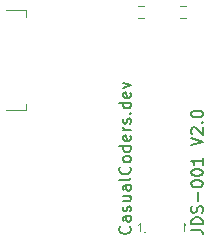
<source format=gbr>
%TF.GenerationSoftware,KiCad,Pcbnew,8.0.1*%
%TF.CreationDate,2024-03-21T19:56:43-04:00*%
%TF.ProjectId,001-v2,3030312d-7632-42e6-9b69-6361645f7063,rev?*%
%TF.SameCoordinates,Original*%
%TF.FileFunction,Legend,Top*%
%TF.FilePolarity,Positive*%
%FSLAX46Y46*%
G04 Gerber Fmt 4.6, Leading zero omitted, Abs format (unit mm)*
G04 Created by KiCad (PCBNEW 8.0.1) date 2024-03-21 19:56:43*
%MOMM*%
%LPD*%
G01*
G04 APERTURE LIST*
%ADD10C,0.150000*%
%ADD11C,0.120000*%
%ADD12C,0.100000*%
G04 APERTURE END LIST*
D10*
X114582580Y-70211792D02*
X114630200Y-70259411D01*
X114630200Y-70259411D02*
X114677819Y-70402268D01*
X114677819Y-70402268D02*
X114677819Y-70497506D01*
X114677819Y-70497506D02*
X114630200Y-70640363D01*
X114630200Y-70640363D02*
X114534961Y-70735601D01*
X114534961Y-70735601D02*
X114439723Y-70783220D01*
X114439723Y-70783220D02*
X114249247Y-70830839D01*
X114249247Y-70830839D02*
X114106390Y-70830839D01*
X114106390Y-70830839D02*
X113915914Y-70783220D01*
X113915914Y-70783220D02*
X113820676Y-70735601D01*
X113820676Y-70735601D02*
X113725438Y-70640363D01*
X113725438Y-70640363D02*
X113677819Y-70497506D01*
X113677819Y-70497506D02*
X113677819Y-70402268D01*
X113677819Y-70402268D02*
X113725438Y-70259411D01*
X113725438Y-70259411D02*
X113773057Y-70211792D01*
X114677819Y-69354649D02*
X114154009Y-69354649D01*
X114154009Y-69354649D02*
X114058771Y-69402268D01*
X114058771Y-69402268D02*
X114011152Y-69497506D01*
X114011152Y-69497506D02*
X114011152Y-69687982D01*
X114011152Y-69687982D02*
X114058771Y-69783220D01*
X114630200Y-69354649D02*
X114677819Y-69449887D01*
X114677819Y-69449887D02*
X114677819Y-69687982D01*
X114677819Y-69687982D02*
X114630200Y-69783220D01*
X114630200Y-69783220D02*
X114534961Y-69830839D01*
X114534961Y-69830839D02*
X114439723Y-69830839D01*
X114439723Y-69830839D02*
X114344485Y-69783220D01*
X114344485Y-69783220D02*
X114296866Y-69687982D01*
X114296866Y-69687982D02*
X114296866Y-69449887D01*
X114296866Y-69449887D02*
X114249247Y-69354649D01*
X114630200Y-68926077D02*
X114677819Y-68830839D01*
X114677819Y-68830839D02*
X114677819Y-68640363D01*
X114677819Y-68640363D02*
X114630200Y-68545125D01*
X114630200Y-68545125D02*
X114534961Y-68497506D01*
X114534961Y-68497506D02*
X114487342Y-68497506D01*
X114487342Y-68497506D02*
X114392104Y-68545125D01*
X114392104Y-68545125D02*
X114344485Y-68640363D01*
X114344485Y-68640363D02*
X114344485Y-68783220D01*
X114344485Y-68783220D02*
X114296866Y-68878458D01*
X114296866Y-68878458D02*
X114201628Y-68926077D01*
X114201628Y-68926077D02*
X114154009Y-68926077D01*
X114154009Y-68926077D02*
X114058771Y-68878458D01*
X114058771Y-68878458D02*
X114011152Y-68783220D01*
X114011152Y-68783220D02*
X114011152Y-68640363D01*
X114011152Y-68640363D02*
X114058771Y-68545125D01*
X114011152Y-67640363D02*
X114677819Y-67640363D01*
X114011152Y-68068934D02*
X114534961Y-68068934D01*
X114534961Y-68068934D02*
X114630200Y-68021315D01*
X114630200Y-68021315D02*
X114677819Y-67926077D01*
X114677819Y-67926077D02*
X114677819Y-67783220D01*
X114677819Y-67783220D02*
X114630200Y-67687982D01*
X114630200Y-67687982D02*
X114582580Y-67640363D01*
X114677819Y-66735601D02*
X114154009Y-66735601D01*
X114154009Y-66735601D02*
X114058771Y-66783220D01*
X114058771Y-66783220D02*
X114011152Y-66878458D01*
X114011152Y-66878458D02*
X114011152Y-67068934D01*
X114011152Y-67068934D02*
X114058771Y-67164172D01*
X114630200Y-66735601D02*
X114677819Y-66830839D01*
X114677819Y-66830839D02*
X114677819Y-67068934D01*
X114677819Y-67068934D02*
X114630200Y-67164172D01*
X114630200Y-67164172D02*
X114534961Y-67211791D01*
X114534961Y-67211791D02*
X114439723Y-67211791D01*
X114439723Y-67211791D02*
X114344485Y-67164172D01*
X114344485Y-67164172D02*
X114296866Y-67068934D01*
X114296866Y-67068934D02*
X114296866Y-66830839D01*
X114296866Y-66830839D02*
X114249247Y-66735601D01*
X114677819Y-66116553D02*
X114630200Y-66211791D01*
X114630200Y-66211791D02*
X114534961Y-66259410D01*
X114534961Y-66259410D02*
X113677819Y-66259410D01*
X114582580Y-65164172D02*
X114630200Y-65211791D01*
X114630200Y-65211791D02*
X114677819Y-65354648D01*
X114677819Y-65354648D02*
X114677819Y-65449886D01*
X114677819Y-65449886D02*
X114630200Y-65592743D01*
X114630200Y-65592743D02*
X114534961Y-65687981D01*
X114534961Y-65687981D02*
X114439723Y-65735600D01*
X114439723Y-65735600D02*
X114249247Y-65783219D01*
X114249247Y-65783219D02*
X114106390Y-65783219D01*
X114106390Y-65783219D02*
X113915914Y-65735600D01*
X113915914Y-65735600D02*
X113820676Y-65687981D01*
X113820676Y-65687981D02*
X113725438Y-65592743D01*
X113725438Y-65592743D02*
X113677819Y-65449886D01*
X113677819Y-65449886D02*
X113677819Y-65354648D01*
X113677819Y-65354648D02*
X113725438Y-65211791D01*
X113725438Y-65211791D02*
X113773057Y-65164172D01*
X114677819Y-64592743D02*
X114630200Y-64687981D01*
X114630200Y-64687981D02*
X114582580Y-64735600D01*
X114582580Y-64735600D02*
X114487342Y-64783219D01*
X114487342Y-64783219D02*
X114201628Y-64783219D01*
X114201628Y-64783219D02*
X114106390Y-64735600D01*
X114106390Y-64735600D02*
X114058771Y-64687981D01*
X114058771Y-64687981D02*
X114011152Y-64592743D01*
X114011152Y-64592743D02*
X114011152Y-64449886D01*
X114011152Y-64449886D02*
X114058771Y-64354648D01*
X114058771Y-64354648D02*
X114106390Y-64307029D01*
X114106390Y-64307029D02*
X114201628Y-64259410D01*
X114201628Y-64259410D02*
X114487342Y-64259410D01*
X114487342Y-64259410D02*
X114582580Y-64307029D01*
X114582580Y-64307029D02*
X114630200Y-64354648D01*
X114630200Y-64354648D02*
X114677819Y-64449886D01*
X114677819Y-64449886D02*
X114677819Y-64592743D01*
X114677819Y-63402267D02*
X113677819Y-63402267D01*
X114630200Y-63402267D02*
X114677819Y-63497505D01*
X114677819Y-63497505D02*
X114677819Y-63687981D01*
X114677819Y-63687981D02*
X114630200Y-63783219D01*
X114630200Y-63783219D02*
X114582580Y-63830838D01*
X114582580Y-63830838D02*
X114487342Y-63878457D01*
X114487342Y-63878457D02*
X114201628Y-63878457D01*
X114201628Y-63878457D02*
X114106390Y-63830838D01*
X114106390Y-63830838D02*
X114058771Y-63783219D01*
X114058771Y-63783219D02*
X114011152Y-63687981D01*
X114011152Y-63687981D02*
X114011152Y-63497505D01*
X114011152Y-63497505D02*
X114058771Y-63402267D01*
X114630200Y-62545124D02*
X114677819Y-62640362D01*
X114677819Y-62640362D02*
X114677819Y-62830838D01*
X114677819Y-62830838D02*
X114630200Y-62926076D01*
X114630200Y-62926076D02*
X114534961Y-62973695D01*
X114534961Y-62973695D02*
X114154009Y-62973695D01*
X114154009Y-62973695D02*
X114058771Y-62926076D01*
X114058771Y-62926076D02*
X114011152Y-62830838D01*
X114011152Y-62830838D02*
X114011152Y-62640362D01*
X114011152Y-62640362D02*
X114058771Y-62545124D01*
X114058771Y-62545124D02*
X114154009Y-62497505D01*
X114154009Y-62497505D02*
X114249247Y-62497505D01*
X114249247Y-62497505D02*
X114344485Y-62973695D01*
X114677819Y-62068933D02*
X114011152Y-62068933D01*
X114201628Y-62068933D02*
X114106390Y-62021314D01*
X114106390Y-62021314D02*
X114058771Y-61973695D01*
X114058771Y-61973695D02*
X114011152Y-61878457D01*
X114011152Y-61878457D02*
X114011152Y-61783219D01*
X114630200Y-61497504D02*
X114677819Y-61402266D01*
X114677819Y-61402266D02*
X114677819Y-61211790D01*
X114677819Y-61211790D02*
X114630200Y-61116552D01*
X114630200Y-61116552D02*
X114534961Y-61068933D01*
X114534961Y-61068933D02*
X114487342Y-61068933D01*
X114487342Y-61068933D02*
X114392104Y-61116552D01*
X114392104Y-61116552D02*
X114344485Y-61211790D01*
X114344485Y-61211790D02*
X114344485Y-61354647D01*
X114344485Y-61354647D02*
X114296866Y-61449885D01*
X114296866Y-61449885D02*
X114201628Y-61497504D01*
X114201628Y-61497504D02*
X114154009Y-61497504D01*
X114154009Y-61497504D02*
X114058771Y-61449885D01*
X114058771Y-61449885D02*
X114011152Y-61354647D01*
X114011152Y-61354647D02*
X114011152Y-61211790D01*
X114011152Y-61211790D02*
X114058771Y-61116552D01*
X114582580Y-60640361D02*
X114630200Y-60592742D01*
X114630200Y-60592742D02*
X114677819Y-60640361D01*
X114677819Y-60640361D02*
X114630200Y-60687980D01*
X114630200Y-60687980D02*
X114582580Y-60640361D01*
X114582580Y-60640361D02*
X114677819Y-60640361D01*
X114677819Y-59735600D02*
X113677819Y-59735600D01*
X114630200Y-59735600D02*
X114677819Y-59830838D01*
X114677819Y-59830838D02*
X114677819Y-60021314D01*
X114677819Y-60021314D02*
X114630200Y-60116552D01*
X114630200Y-60116552D02*
X114582580Y-60164171D01*
X114582580Y-60164171D02*
X114487342Y-60211790D01*
X114487342Y-60211790D02*
X114201628Y-60211790D01*
X114201628Y-60211790D02*
X114106390Y-60164171D01*
X114106390Y-60164171D02*
X114058771Y-60116552D01*
X114058771Y-60116552D02*
X114011152Y-60021314D01*
X114011152Y-60021314D02*
X114011152Y-59830838D01*
X114011152Y-59830838D02*
X114058771Y-59735600D01*
X114630200Y-58878457D02*
X114677819Y-58973695D01*
X114677819Y-58973695D02*
X114677819Y-59164171D01*
X114677819Y-59164171D02*
X114630200Y-59259409D01*
X114630200Y-59259409D02*
X114534961Y-59307028D01*
X114534961Y-59307028D02*
X114154009Y-59307028D01*
X114154009Y-59307028D02*
X114058771Y-59259409D01*
X114058771Y-59259409D02*
X114011152Y-59164171D01*
X114011152Y-59164171D02*
X114011152Y-58973695D01*
X114011152Y-58973695D02*
X114058771Y-58878457D01*
X114058771Y-58878457D02*
X114154009Y-58830838D01*
X114154009Y-58830838D02*
X114249247Y-58830838D01*
X114249247Y-58830838D02*
X114344485Y-59307028D01*
X114011152Y-58497504D02*
X114677819Y-58259409D01*
X114677819Y-58259409D02*
X114011152Y-58021314D01*
X119773819Y-70497506D02*
X120488104Y-70497506D01*
X120488104Y-70497506D02*
X120630961Y-70545125D01*
X120630961Y-70545125D02*
X120726200Y-70640363D01*
X120726200Y-70640363D02*
X120773819Y-70783220D01*
X120773819Y-70783220D02*
X120773819Y-70878458D01*
X120773819Y-70021315D02*
X119773819Y-70021315D01*
X119773819Y-70021315D02*
X119773819Y-69783220D01*
X119773819Y-69783220D02*
X119821438Y-69640363D01*
X119821438Y-69640363D02*
X119916676Y-69545125D01*
X119916676Y-69545125D02*
X120011914Y-69497506D01*
X120011914Y-69497506D02*
X120202390Y-69449887D01*
X120202390Y-69449887D02*
X120345247Y-69449887D01*
X120345247Y-69449887D02*
X120535723Y-69497506D01*
X120535723Y-69497506D02*
X120630961Y-69545125D01*
X120630961Y-69545125D02*
X120726200Y-69640363D01*
X120726200Y-69640363D02*
X120773819Y-69783220D01*
X120773819Y-69783220D02*
X120773819Y-70021315D01*
X120726200Y-69068934D02*
X120773819Y-68926077D01*
X120773819Y-68926077D02*
X120773819Y-68687982D01*
X120773819Y-68687982D02*
X120726200Y-68592744D01*
X120726200Y-68592744D02*
X120678580Y-68545125D01*
X120678580Y-68545125D02*
X120583342Y-68497506D01*
X120583342Y-68497506D02*
X120488104Y-68497506D01*
X120488104Y-68497506D02*
X120392866Y-68545125D01*
X120392866Y-68545125D02*
X120345247Y-68592744D01*
X120345247Y-68592744D02*
X120297628Y-68687982D01*
X120297628Y-68687982D02*
X120250009Y-68878458D01*
X120250009Y-68878458D02*
X120202390Y-68973696D01*
X120202390Y-68973696D02*
X120154771Y-69021315D01*
X120154771Y-69021315D02*
X120059533Y-69068934D01*
X120059533Y-69068934D02*
X119964295Y-69068934D01*
X119964295Y-69068934D02*
X119869057Y-69021315D01*
X119869057Y-69021315D02*
X119821438Y-68973696D01*
X119821438Y-68973696D02*
X119773819Y-68878458D01*
X119773819Y-68878458D02*
X119773819Y-68640363D01*
X119773819Y-68640363D02*
X119821438Y-68497506D01*
X120392866Y-68068934D02*
X120392866Y-67307030D01*
X119773819Y-66640363D02*
X119773819Y-66545125D01*
X119773819Y-66545125D02*
X119821438Y-66449887D01*
X119821438Y-66449887D02*
X119869057Y-66402268D01*
X119869057Y-66402268D02*
X119964295Y-66354649D01*
X119964295Y-66354649D02*
X120154771Y-66307030D01*
X120154771Y-66307030D02*
X120392866Y-66307030D01*
X120392866Y-66307030D02*
X120583342Y-66354649D01*
X120583342Y-66354649D02*
X120678580Y-66402268D01*
X120678580Y-66402268D02*
X120726200Y-66449887D01*
X120726200Y-66449887D02*
X120773819Y-66545125D01*
X120773819Y-66545125D02*
X120773819Y-66640363D01*
X120773819Y-66640363D02*
X120726200Y-66735601D01*
X120726200Y-66735601D02*
X120678580Y-66783220D01*
X120678580Y-66783220D02*
X120583342Y-66830839D01*
X120583342Y-66830839D02*
X120392866Y-66878458D01*
X120392866Y-66878458D02*
X120154771Y-66878458D01*
X120154771Y-66878458D02*
X119964295Y-66830839D01*
X119964295Y-66830839D02*
X119869057Y-66783220D01*
X119869057Y-66783220D02*
X119821438Y-66735601D01*
X119821438Y-66735601D02*
X119773819Y-66640363D01*
X119773819Y-65687982D02*
X119773819Y-65592744D01*
X119773819Y-65592744D02*
X119821438Y-65497506D01*
X119821438Y-65497506D02*
X119869057Y-65449887D01*
X119869057Y-65449887D02*
X119964295Y-65402268D01*
X119964295Y-65402268D02*
X120154771Y-65354649D01*
X120154771Y-65354649D02*
X120392866Y-65354649D01*
X120392866Y-65354649D02*
X120583342Y-65402268D01*
X120583342Y-65402268D02*
X120678580Y-65449887D01*
X120678580Y-65449887D02*
X120726200Y-65497506D01*
X120726200Y-65497506D02*
X120773819Y-65592744D01*
X120773819Y-65592744D02*
X120773819Y-65687982D01*
X120773819Y-65687982D02*
X120726200Y-65783220D01*
X120726200Y-65783220D02*
X120678580Y-65830839D01*
X120678580Y-65830839D02*
X120583342Y-65878458D01*
X120583342Y-65878458D02*
X120392866Y-65926077D01*
X120392866Y-65926077D02*
X120154771Y-65926077D01*
X120154771Y-65926077D02*
X119964295Y-65878458D01*
X119964295Y-65878458D02*
X119869057Y-65830839D01*
X119869057Y-65830839D02*
X119821438Y-65783220D01*
X119821438Y-65783220D02*
X119773819Y-65687982D01*
X120773819Y-64402268D02*
X120773819Y-64973696D01*
X120773819Y-64687982D02*
X119773819Y-64687982D01*
X119773819Y-64687982D02*
X119916676Y-64783220D01*
X119916676Y-64783220D02*
X120011914Y-64878458D01*
X120011914Y-64878458D02*
X120059533Y-64973696D01*
X119773819Y-63354648D02*
X120773819Y-63021315D01*
X120773819Y-63021315D02*
X119773819Y-62687982D01*
X119869057Y-62402267D02*
X119821438Y-62354648D01*
X119821438Y-62354648D02*
X119773819Y-62259410D01*
X119773819Y-62259410D02*
X119773819Y-62021315D01*
X119773819Y-62021315D02*
X119821438Y-61926077D01*
X119821438Y-61926077D02*
X119869057Y-61878458D01*
X119869057Y-61878458D02*
X119964295Y-61830839D01*
X119964295Y-61830839D02*
X120059533Y-61830839D01*
X120059533Y-61830839D02*
X120202390Y-61878458D01*
X120202390Y-61878458D02*
X120773819Y-62449886D01*
X120773819Y-62449886D02*
X120773819Y-61830839D01*
X120678580Y-61402267D02*
X120726200Y-61354648D01*
X120726200Y-61354648D02*
X120773819Y-61402267D01*
X120773819Y-61402267D02*
X120726200Y-61449886D01*
X120726200Y-61449886D02*
X120678580Y-61402267D01*
X120678580Y-61402267D02*
X120773819Y-61402267D01*
X119773819Y-60735601D02*
X119773819Y-60640363D01*
X119773819Y-60640363D02*
X119821438Y-60545125D01*
X119821438Y-60545125D02*
X119869057Y-60497506D01*
X119869057Y-60497506D02*
X119964295Y-60449887D01*
X119964295Y-60449887D02*
X120154771Y-60402268D01*
X120154771Y-60402268D02*
X120392866Y-60402268D01*
X120392866Y-60402268D02*
X120583342Y-60449887D01*
X120583342Y-60449887D02*
X120678580Y-60497506D01*
X120678580Y-60497506D02*
X120726200Y-60545125D01*
X120726200Y-60545125D02*
X120773819Y-60640363D01*
X120773819Y-60640363D02*
X120773819Y-60735601D01*
X120773819Y-60735601D02*
X120726200Y-60830839D01*
X120726200Y-60830839D02*
X120678580Y-60878458D01*
X120678580Y-60878458D02*
X120583342Y-60926077D01*
X120583342Y-60926077D02*
X120392866Y-60973696D01*
X120392866Y-60973696D02*
X120154771Y-60973696D01*
X120154771Y-60973696D02*
X119964295Y-60926077D01*
X119964295Y-60926077D02*
X119869057Y-60878458D01*
X119869057Y-60878458D02*
X119821438Y-60830839D01*
X119821438Y-60830839D02*
X119773819Y-60735601D01*
D11*
%TO.C,R2*%
X119380724Y-51547500D02*
X118871276Y-51547500D01*
X119380724Y-52592500D02*
X118871276Y-52592500D01*
%TO.C,R1*%
X115315276Y-51547500D02*
X115824724Y-51547500D01*
X115315276Y-52592500D02*
X115824724Y-52592500D01*
%TO.C,D1*%
X115418000Y-69908000D02*
X115268000Y-70108000D01*
X115418000Y-70558000D02*
X115418000Y-69908000D01*
X119148000Y-69908000D02*
X119298000Y-70108000D01*
X119148000Y-70558000D02*
X119148000Y-69908000D01*
X115898000Y-70708000D02*
G75*
G02*
X115798000Y-70708000I-50000J0D01*
G01*
X115798000Y-70708000D02*
G75*
G02*
X115898000Y-70708000I50000J0D01*
G01*
D12*
%TO.C,J2*%
X104065600Y-51884000D02*
X105765600Y-51884000D01*
X104065600Y-60384000D02*
X105765600Y-60384000D01*
X105765600Y-51884000D02*
X105765600Y-52434000D01*
X105765600Y-60384000D02*
X105765600Y-59834000D01*
%TD*%
M02*

</source>
